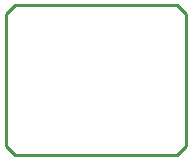
<source format=gko>
G04*
G04 #@! TF.GenerationSoftware,Altium Limited,Altium Designer,19.1.5 (86)*
G04*
G04 Layer_Color=16711935*
%FSLAX25Y25*%
%MOIN*%
G70*
G01*
G75*
%ADD10C,0.01000*%
D10*
X3000D02*
X57000D01*
X60000Y3000D01*
Y8500D01*
Y47000D01*
X57000Y50000D02*
X60000Y47000D01*
X3000Y50000D02*
X57000D01*
X0Y47000D02*
X3000Y50000D01*
X0Y43500D02*
Y47000D01*
Y3000D02*
Y43500D01*
Y3000D02*
X3000Y0D01*
M02*

</source>
